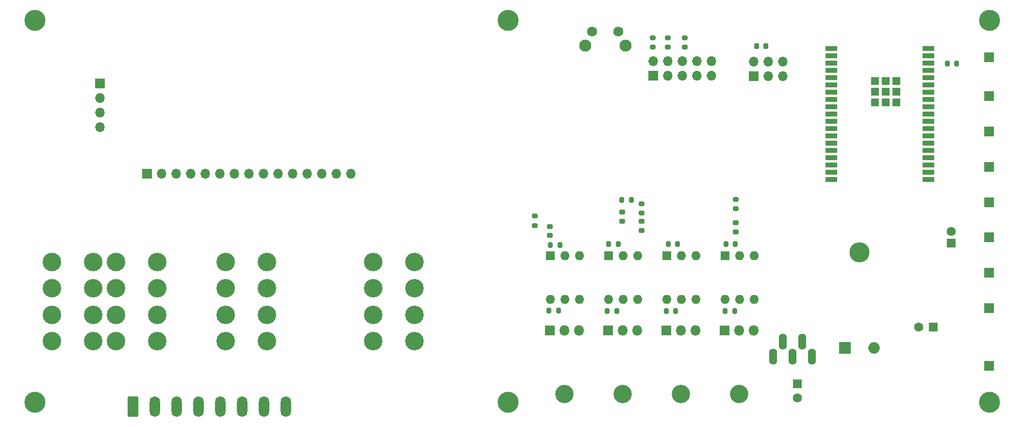
<source format=gbr>
%TF.GenerationSoftware,KiCad,Pcbnew,(6.0.0)*%
%TF.CreationDate,2022-01-24T17:43:36-05:00*%
%TF.ProjectId,TI thermostat esp32,54492074-6865-4726-9d6f-737461742065,rev?*%
%TF.SameCoordinates,Original*%
%TF.FileFunction,Soldermask,Bot*%
%TF.FilePolarity,Negative*%
%FSLAX46Y46*%
G04 Gerber Fmt 4.6, Leading zero omitted, Abs format (unit mm)*
G04 Created by KiCad (PCBNEW (6.0.0)) date 2022-01-24 17:43:36*
%MOMM*%
%LPD*%
G01*
G04 APERTURE LIST*
G04 Aperture macros list*
%AMRoundRect*
0 Rectangle with rounded corners*
0 $1 Rounding radius*
0 $2 $3 $4 $5 $6 $7 $8 $9 X,Y pos of 4 corners*
0 Add a 4 corners polygon primitive as box body*
4,1,4,$2,$3,$4,$5,$6,$7,$8,$9,$2,$3,0*
0 Add four circle primitives for the rounded corners*
1,1,$1+$1,$2,$3*
1,1,$1+$1,$4,$5*
1,1,$1+$1,$6,$7*
1,1,$1+$1,$8,$9*
0 Add four rect primitives between the rounded corners*
20,1,$1+$1,$2,$3,$4,$5,0*
20,1,$1+$1,$4,$5,$6,$7,0*
20,1,$1+$1,$6,$7,$8,$9,0*
20,1,$1+$1,$8,$9,$2,$3,0*%
G04 Aperture macros list end*
%ADD10R,1.600000X1.600000*%
%ADD11C,1.600000*%
%ADD12R,1.700000X1.700000*%
%ADD13C,3.220000*%
%ADD14O,1.700000X1.700000*%
%ADD15C,3.660000*%
%ADD16C,2.100000*%
%ADD17C,1.750000*%
%ADD18RoundRect,0.218750X0.256250X-0.218750X0.256250X0.218750X-0.256250X0.218750X-0.256250X-0.218750X0*%
%ADD19O,3.200000X3.200000*%
%ADD20R,1.800000X1.800000*%
%ADD21O,1.800000X1.800000*%
%ADD22RoundRect,0.200000X0.275000X-0.200000X0.275000X0.200000X-0.275000X0.200000X-0.275000X-0.200000X0*%
%ADD23RoundRect,0.225000X-0.225000X-0.250000X0.225000X-0.250000X0.225000X0.250000X-0.225000X0.250000X0*%
%ADD24O,1.600000X1.600000*%
%ADD25O,1.408000X2.816000*%
%ADD26R,2.000000X0.900000*%
%ADD27R,1.330000X1.330000*%
%ADD28RoundRect,0.200000X-0.200000X-0.275000X0.200000X-0.275000X0.200000X0.275000X-0.200000X0.275000X0*%
%ADD29RoundRect,0.200000X0.200000X0.275000X-0.200000X0.275000X-0.200000X-0.275000X0.200000X-0.275000X0*%
%ADD30O,3.500000X3.500000*%
%ADD31R,2.000000X2.000000*%
%ADD32O,2.000000X2.000000*%
%ADD33RoundRect,0.250000X-0.650000X-1.550000X0.650000X-1.550000X0.650000X1.550000X-0.650000X1.550000X0*%
%ADD34O,1.800000X3.600000*%
G04 APERTURE END LIST*
D10*
%TO.C,C16*%
X186309000Y-121139606D03*
D11*
X186309000Y-123639606D03*
%TD*%
D12*
%TO.C,B1*%
X219710000Y-118000000D03*
%TD*%
%TO.C,B9*%
X219710000Y-64175000D03*
%TD*%
D13*
%TO.C,S3*%
X56267000Y-99865000D03*
X56267000Y-104475000D03*
X56267000Y-109085000D03*
X56267000Y-113695000D03*
X63437000Y-99865000D03*
X63437000Y-104475000D03*
X63437000Y-109085000D03*
X63437000Y-113695000D03*
%TD*%
D12*
%TO.C,J4*%
X161168000Y-67372000D03*
D14*
X161168000Y-64832000D03*
X163708000Y-67372000D03*
X163708000Y-64832000D03*
X166248000Y-67372000D03*
X166248000Y-64832000D03*
X168788000Y-67372000D03*
X168788000Y-64832000D03*
X171328000Y-67372000D03*
X171328000Y-64832000D03*
%TD*%
D12*
%TO.C,B6*%
X219710000Y-83270000D03*
%TD*%
%TO.C,DS1*%
X72827000Y-84450000D03*
D14*
X75367000Y-84450000D03*
X77907000Y-84450000D03*
X80447000Y-84450000D03*
X82987000Y-84450000D03*
X85527000Y-84450000D03*
X88067000Y-84450000D03*
X90607000Y-84450000D03*
X93147000Y-84450000D03*
X95687000Y-84450000D03*
X98227000Y-84450000D03*
X100767000Y-84450000D03*
X103307000Y-84450000D03*
X105847000Y-84450000D03*
X108387000Y-84450000D03*
%TD*%
D10*
%TO.C,C5*%
X213106000Y-96586113D03*
D11*
X213106000Y-94586113D03*
%TD*%
D15*
%TO.C,REF4*%
X53257000Y-124360000D03*
%TD*%
D12*
%TO.C,B2*%
X219710000Y-107950000D03*
%TD*%
%TO.C,B5*%
X219710000Y-89440000D03*
%TD*%
D15*
%TO.C,REF3*%
X219767000Y-57740000D03*
%TD*%
D12*
%TO.C,J5*%
X178689000Y-67437000D03*
D14*
X178689000Y-64897000D03*
X181229000Y-67437000D03*
X181229000Y-64897000D03*
X183769000Y-67437000D03*
X183769000Y-64897000D03*
%TD*%
D13*
%TO.C,S1*%
X86557000Y-99865000D03*
X86557000Y-104475000D03*
X86557000Y-109085000D03*
X93727000Y-99865000D03*
X93727000Y-104475000D03*
X93727000Y-109085000D03*
X86557000Y-113695000D03*
X93727000Y-113695000D03*
%TD*%
D12*
%TO.C,J1*%
X64643000Y-68707000D03*
D14*
X64643000Y-71247000D03*
X64643000Y-73787000D03*
X64643000Y-76327000D03*
%TD*%
D15*
%TO.C,REF6*%
X219767000Y-124360000D03*
%TD*%
%TO.C,REF1*%
X53257000Y-57740000D03*
%TD*%
D10*
%TO.C,C18*%
X209949395Y-111252000D03*
D11*
X207449395Y-111252000D03*
%TD*%
D16*
%TO.C,SW1*%
X156266000Y-62146500D03*
X149256000Y-62146500D03*
D17*
X150506000Y-59656500D03*
X155006000Y-59656500D03*
%TD*%
D13*
%TO.C,S4*%
X112267000Y-99865000D03*
X112267000Y-104475000D03*
X112267000Y-109085000D03*
X112267000Y-113695000D03*
X119437000Y-99865000D03*
X119437000Y-104475000D03*
X119437000Y-109085000D03*
X119437000Y-113695000D03*
%TD*%
D12*
%TO.C,B3*%
X219710000Y-101780000D03*
%TD*%
%TO.C,B8*%
X219710000Y-70930000D03*
%TD*%
D13*
%TO.C,S2*%
X67417000Y-99865000D03*
X67417000Y-104475000D03*
X67417000Y-109085000D03*
X67417000Y-113695000D03*
X74587000Y-99865000D03*
X74587000Y-104475000D03*
X74587000Y-109085000D03*
X74587000Y-113695000D03*
%TD*%
D12*
%TO.C,B4*%
X219710000Y-95610000D03*
%TD*%
D15*
%TO.C,REF2*%
X135857000Y-57740000D03*
%TD*%
D12*
%TO.C,B7*%
X219710000Y-77100000D03*
%TD*%
D15*
%TO.C,REF5*%
X135857000Y-124360000D03*
%TD*%
D18*
%TO.C,D3*%
X159131000Y-94386500D03*
X159131000Y-92811500D03*
%TD*%
D19*
%TO.C,Q4*%
X176149000Y-122922000D03*
D20*
X173609000Y-111822000D03*
D21*
X176149000Y-111822000D03*
X178689000Y-111822000D03*
%TD*%
D22*
%TO.C,R12*%
X159131000Y-91376000D03*
X159131000Y-89726000D03*
%TD*%
D19*
%TO.C,Q1*%
X145669000Y-122922000D03*
D20*
X143129000Y-111822000D03*
D21*
X145669000Y-111822000D03*
X148209000Y-111822000D03*
%TD*%
D18*
%TO.C,D2*%
X155702000Y-92761000D03*
X155702000Y-91186000D03*
%TD*%
D23*
%TO.C,C14*%
X179184000Y-62230000D03*
X180734000Y-62230000D03*
%TD*%
D10*
%TO.C,U1*%
X143155000Y-98806000D03*
D24*
X145695000Y-98806000D03*
X148235000Y-98806000D03*
X148235000Y-106426000D03*
X145695000Y-106426000D03*
X143155000Y-106426000D03*
%TD*%
D25*
%TO.C,IC2*%
X188820000Y-116397000D03*
X187120000Y-113767000D03*
X185420000Y-116397000D03*
X183720000Y-113767000D03*
X182020000Y-116397000D03*
%TD*%
D18*
%TO.C,D1*%
X143129000Y-95275500D03*
X143129000Y-93700500D03*
%TD*%
D26*
%TO.C,IC1*%
X209176000Y-62674000D03*
X209176000Y-63944000D03*
X209176000Y-65214000D03*
X209176000Y-66484000D03*
X209176000Y-67754000D03*
X209176000Y-69024000D03*
X209176000Y-70294000D03*
X209176000Y-71564000D03*
X209176000Y-72834000D03*
X209176000Y-74104000D03*
X209176000Y-75374000D03*
X209176000Y-76644000D03*
X209176000Y-77914000D03*
X209176000Y-79184000D03*
X209176000Y-80454000D03*
X209176000Y-81724000D03*
X209176000Y-82994000D03*
X209176000Y-84264000D03*
X209176000Y-85534000D03*
X192176000Y-85534000D03*
X192176000Y-84264000D03*
X192176000Y-82994000D03*
X192176000Y-81724000D03*
X192176000Y-80454000D03*
X192176000Y-79184000D03*
X192176000Y-77914000D03*
X192176000Y-76644000D03*
X192176000Y-75374000D03*
X192176000Y-74104000D03*
X192176000Y-72834000D03*
X192176000Y-71564000D03*
X192176000Y-70294000D03*
X192176000Y-69024000D03*
X192176000Y-67754000D03*
X192176000Y-66484000D03*
X192176000Y-65214000D03*
X192176000Y-63944000D03*
X192176000Y-62674000D03*
D27*
X201676000Y-70174000D03*
X203511000Y-68339000D03*
X203511000Y-70174000D03*
X203511000Y-72009000D03*
X201676000Y-72009000D03*
X199841000Y-72009000D03*
X199841000Y-70174000D03*
X199841000Y-68339000D03*
X201676000Y-68339000D03*
%TD*%
D22*
%TO.C,R10*%
X140462000Y-93535000D03*
X140462000Y-91885000D03*
%TD*%
D28*
%TO.C,R1*%
X142965000Y-108331000D03*
X144615000Y-108331000D03*
%TD*%
D10*
%TO.C,U4*%
X173635000Y-98806000D03*
D24*
X176175000Y-98806000D03*
X178715000Y-98806000D03*
X178715000Y-106426000D03*
X176175000Y-106426000D03*
X173635000Y-106426000D03*
%TD*%
D10*
%TO.C,U3*%
X163475000Y-98806000D03*
D24*
X166015000Y-98806000D03*
X168555000Y-98806000D03*
X168555000Y-106426000D03*
X166015000Y-106426000D03*
X163475000Y-106426000D03*
%TD*%
D10*
%TO.C,U2*%
X153315000Y-98806000D03*
D24*
X155855000Y-98806000D03*
X158395000Y-98806000D03*
X158395000Y-106426000D03*
X155855000Y-106426000D03*
X153315000Y-106426000D03*
%TD*%
D19*
%TO.C,Q3*%
X165989000Y-122922000D03*
D20*
X163449000Y-111822000D03*
D21*
X165989000Y-111822000D03*
X168529000Y-111822000D03*
%TD*%
D22*
%TO.C,R20*%
X161036000Y-62420000D03*
X161036000Y-60770000D03*
%TD*%
D29*
%TO.C,R8*%
X175476000Y-96774000D03*
X173826000Y-96774000D03*
%TD*%
D30*
%TO.C,D10*%
X197104000Y-98234000D03*
D31*
X194564000Y-114894000D03*
D32*
X199644000Y-114894000D03*
%TD*%
D33*
%TO.C,J6*%
X70413000Y-125106500D03*
D34*
X74223000Y-125106500D03*
X78033000Y-125106500D03*
X81843000Y-125106500D03*
X85653000Y-125106500D03*
X89463000Y-125106500D03*
X93273000Y-125106500D03*
X97083000Y-125106500D03*
%TD*%
D18*
%TO.C,D4*%
X175514000Y-94640500D03*
X175514000Y-93065500D03*
%TD*%
D22*
%TO.C,R23*%
X166624000Y-62420000D03*
X166624000Y-60770000D03*
%TD*%
%TO.C,R22*%
X163703000Y-62420000D03*
X163703000Y-60770000D03*
%TD*%
D28*
%TO.C,R3*%
X153125000Y-108458000D03*
X154775000Y-108458000D03*
%TD*%
%TO.C,R7*%
X173699000Y-108458000D03*
X175349000Y-108458000D03*
%TD*%
%TO.C,R11*%
X155639000Y-89027000D03*
X157289000Y-89027000D03*
%TD*%
D19*
%TO.C,Q2*%
X155829000Y-122922000D03*
D20*
X153289000Y-111822000D03*
D21*
X155829000Y-111822000D03*
X158369000Y-111822000D03*
%TD*%
D29*
%TO.C,R2*%
X144869000Y-96901000D03*
X143219000Y-96901000D03*
%TD*%
%TO.C,R4*%
X155029000Y-96774000D03*
X153379000Y-96774000D03*
%TD*%
%TO.C,R6*%
X165380000Y-96774000D03*
X163730000Y-96774000D03*
%TD*%
D28*
%TO.C,R5*%
X163412000Y-108458000D03*
X165062000Y-108458000D03*
%TD*%
D22*
%TO.C,R13*%
X175514000Y-90614000D03*
X175514000Y-88964000D03*
%TD*%
D29*
%TO.C,R18*%
X214058000Y-65278000D03*
X212408000Y-65278000D03*
%TD*%
M02*

</source>
